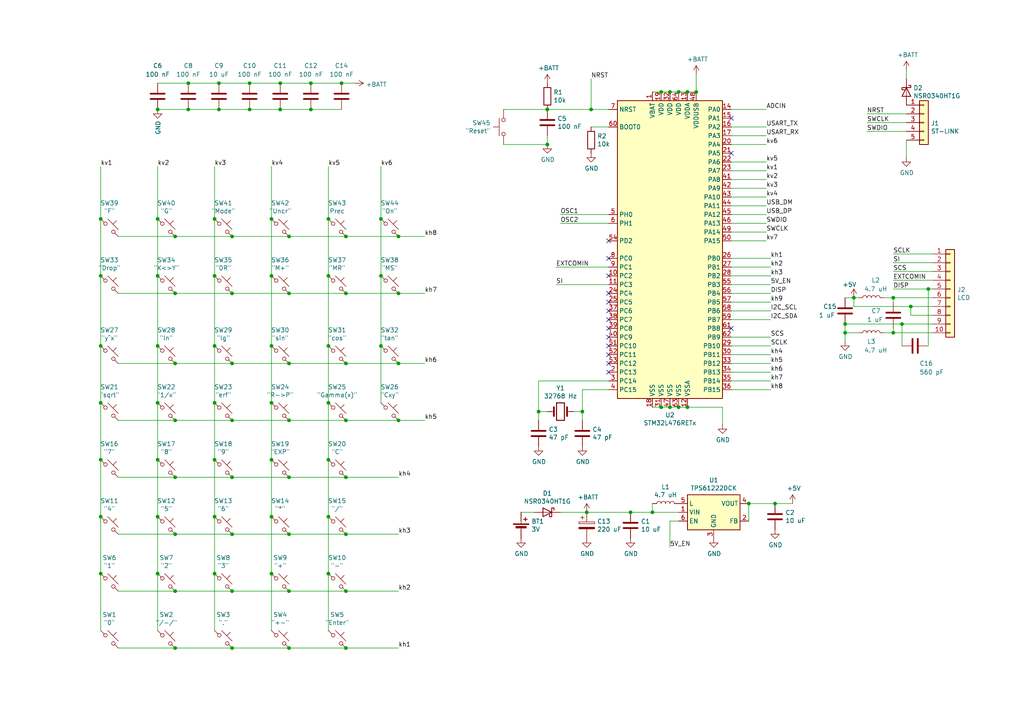
<source format=kicad_sch>
(kicad_sch (version 20230121) (generator eeschema)
  (paper "A4")
  (title_block (title "OpenRPNCalc") (date "2025-02-01") (rev "2.0"))
  (lib_symbols
    (symbol "Connector_Generic:Conn_01x05" (pin_names (offset 1.016) hide)
      (property "Reference" "J" (at 0 7.62 0))
      (property "Value" "Conn_01x05" (at 0 -7.62 0))
      (symbol "Conn_01x05_1_1"
        (pin passive line (at -5.08 5.08 0) (length 3.81) (name "Pin_1") (number "1"))
        (pin passive line (at -5.08 2.54 0) (length 3.81) (name "Pin_2") (number "2"))
        (pin passive line (at -5.08 0 0) (length 3.81) (name "Pin_3") (number "3"))
        (pin passive line (at -5.08 -2.54 0) (length 3.81) (name "Pin_4") (number "4"))
        (pin passive line (at -5.08 -5.08 0) (length 3.81) (name "Pin_5") (number "5"))
      )
    )
    (symbol "Connector_Generic:Conn_01x10" (pin_names (offset 1.016) hide)
      (property "Reference" "J" (at 0 12.7 0))
      (property "Value" "Conn_01x10" (at 0 -15.24 0))
      (symbol "Conn_01x10_1_1"
        (pin passive line (at -5.08 10.16 0) (length 3.81) (name "Pin_1") (number "1"))
        (pin passive line (at -5.08 -12.7 0) (length 3.81) (name "Pin_10") (number "10"))
        (pin passive line (at -5.08 7.62 0) (length 3.81) (name "Pin_2") (number "2"))
        (pin passive line (at -5.08 5.08 0) (length 3.81) (name "Pin_3") (number "3"))
        (pin passive line (at -5.08 2.54 0) (length 3.81) (name "Pin_4") (number "4"))
        (pin passive line (at -5.08 0 0) (length 3.81) (name "Pin_5") (number "5"))
        (pin passive line (at -5.08 -2.54 0) (length 3.81) (name "Pin_6") (number "6"))
        (pin passive line (at -5.08 -5.08 0) (length 3.81) (name "Pin_7") (number "7"))
        (pin passive line (at -5.08 -7.62 0) (length 3.81) (name "Pin_8") (number "8"))
        (pin passive line (at -5.08 -10.16 0) (length 3.81) (name "Pin_9") (number "9"))
      )
    )
    (symbol "Device:Battery_Cell" (pin_numbers hide) (pin_names (offset 0) hide)
      (property "Reference" "BT" (at 2.54 2.54 0))
      (property "Value" "Battery_Cell" (at 2.54 0 0))
      (symbol "Battery_Cell_1_1"
        (pin passive line (at 0 5.08 270) (length 2.54) (name "+") (number "1"))
        (pin passive line (at 0 -2.54 90) (length 2.54) (name "-") (number "2"))
      )
    )
    (symbol "Device:C" (pin_numbers hide) (pin_names (offset 0.254))
      (property "Reference" "C" (at 0.635 2.54 0))
      (property "Value" "C" (at 0.635 -2.54 0))
      (symbol "C_1_1"
        (pin passive line (at 0 3.81 270) (length 2.794) (name "~") (number "1"))
        (pin passive line (at 0 -3.81 90) (length 2.794) (name "~") (number "2"))
      )
    )
    (symbol "Device:Crystal" (pin_numbers hide) (pin_names (offset 1.016) hide)
      (property "Reference" "Y" (at 0 3.81 0))
      (property "Value" "Crystal" (at 0 -3.81 0))
      (symbol "Crystal_1_1"
        (pin passive line (at -3.81 0 0) (length 1.27) (name "1") (number "1"))
        (pin passive line (at 3.81 0 180) (length 1.27) (name "2") (number "2"))
      )
    )
    (symbol "Device:L" (pin_numbers hide) (pin_names (offset 1.016) hide)
      (property "Reference" "L" (at -1.27 0 90))
      (property "Value" "L" (at 1.905 0 90))
      (symbol "L_1_1"
        (pin passive line (at 0 3.81 270) (length 1.27) (name "1") (number "1"))
        (pin passive line (at 0 -3.81 90) (length 1.27) (name "2") (number "2"))
      )
    )
    (symbol "Device:R" (pin_numbers hide) (pin_names (offset 0))
      (property "Reference" "R" (at 2.032 0 90))
      (property "Value" "R" (at 0 0 90))
      (symbol "R_1_1"
        (pin passive line (at 0 3.81 270) (length 1.27) (name "~") (number "1"))
        (pin passive line (at 0 -3.81 90) (length 1.27) (name "~") (number "2"))
      )
    )
    (symbol "Diode:NSR0340HT1G" (pin_numbers hide) (pin_names (offset 1.016) hide)
      (property "Reference" "D" (at 0 2.54 0))
      (property "Value" "NSR0340HT1G" (at 0 -2.54 0))
      (symbol "NSR0340HT1G_1_1"
        (pin passive line (at -3.81 0 0) (length 2.54) (name "K") (number "1"))
        (pin passive line (at 3.81 0 180) (length 2.54) (name "A") (number "2"))
      )
    )
    (symbol "Regulator_Switching:TPS61222DCK"
      (property "Reference" "U" (at -7.62 6.35 0))
      (property "Value" "TPS61222DCK" (at 2.54 6.35 0))
      (symbol "TPS61222DCK_1_1"
        (pin power_in line (at -10.16 0 0) (length 2.54) (name "VIN") (number "1"))
        (pin input line (at 10.16 -2.54 180) (length 2.54) (name "FB") (number "2"))
        (pin power_in line (at 0 -7.62 90) (length 2.54) (name "GND") (number "3"))
        (pin power_out line (at 10.16 2.54 180) (length 2.54) (name "VOUT") (number "4"))
        (pin power_in line (at -10.16 2.54 0) (length 2.54) (name "L") (number "5"))
        (pin input line (at -10.16 -2.54 0) (length 2.54) (name "EN") (number "6"))
      )
    )
    (symbol "Switch:SW_Push" (pin_numbers hide) (pin_names (offset 1.016) hide)
      (property "Reference" "SW" (at 1.27 2.54 0))
      (property "Value" "SW_Push" (at 0 -1.524 0))
      (symbol "SW_Push_0_1"
        (pin passive line (at -5.08 0 0) (length 2.54) (name "1") (number "1"))
        (pin passive line (at 5.08 0 180) (length 2.54) (name "2") (number "2"))
      )
    )
    (symbol "Switch:SW_Push_45deg" (pin_numbers hide) (pin_names (offset 1.016) hide)
      (property "Reference" "SW" (at 3.048 1.016 0))
      (property "Value" "SW_Push_45deg" (at 0 -3.81 0))
      (symbol "SW_Push_45deg_0_1"
        (pin passive line (at -2.54 2.54 0) (length 0) (name "1") (number "1"))
        (pin passive line (at 2.54 -2.54 180) (length 0) (name "2") (number "2"))
      )
    )
    (symbol "calc_v2-rescue:CP-Device" (pin_numbers hide) (pin_names (offset 0.254))
      (property "Reference" "C" (at 0.635 2.54 0))
      (property "Value" "Device_CP" (at 0.635 -2.54 0))
      (symbol "CP-Device_1_1"
        (pin passive line (at 0 3.81 270) (length 2.794) (name "~") (number "1"))
        (pin passive line (at 0 -3.81 90) (length 2.794) (name "~") (number "2"))
      )
    )
    (symbol "calc_v2-rescue:STM32L476RETx-MCU_ST_STM32L4"
      (property "Reference" "U" (at -15.24 44.45 0))
      (property "Value" "MCU_ST_STM32L4_STM32L476RETx" (at 10.16 44.45 0))
      (symbol "STM32L476RETx-MCU_ST_STM32L4_1_1"
        (pin power_in line (at -5.08 45.72 270) (length 2.54) (name "VBAT") (number "1"))
        (pin bidirectional line (at -17.78 -7.62 0) (length 2.54) (name "PC2") (number "10"))
        (pin bidirectional line (at -17.78 -10.16 0) (length 2.54) (name "PC3") (number "11"))
        (pin power_in line (at 5.08 -45.72 90) (length 2.54) (name "VSSA") (number "12"))
        (pin power_in line (at 5.08 45.72 270) (length 2.54) (name "VDDA") (number "13"))
        (pin bidirectional line (at 17.78 40.64 180) (length 2.54) (name "PA0") (number "14"))
        (pin bidirectional line (at 17.78 38.1 180) (length 2.54) (name "PA1") (number "15"))
        (pin bidirectional line (at 17.78 35.56 180) (length 2.54) (name "PA2") (number "16"))
        (pin bidirectional line (at 17.78 33.02 180) (length 2.54) (name "PA3") (number "17"))
        (pin power_in line (at -5.08 -45.72 90) (length 2.54) (name "VSS") (number "18"))
        (pin power_in line (at -2.54 45.72 270) (length 2.54) (name "VDD") (number "19"))
        (pin bidirectional line (at -17.78 -35.56 0) (length 2.54) (name "PC13") (number "2"))
        (pin bidirectional line (at 17.78 30.48 180) (length 2.54) (name "PA4") (number "20"))
        (pin bidirectional line (at 17.78 27.94 180) (length 2.54) (name "PA5") (number "21"))
        (pin bidirectional line (at 17.78 25.4 180) (length 2.54) (name "PA6") (number "22"))
        (pin bidirectional line (at 17.78 22.86 180) (length 2.54) (name "PA7") (number "23"))
        (pin bidirectional line (at -17.78 -12.7 0) (length 2.54) (name "PC4") (number "24"))
        (pin bidirectional line (at -17.78 -15.24 0) (length 2.54) (name "PC5") (number "25"))
        (pin bidirectional line (at 17.78 -2.54 180) (length 2.54) (name "PB0") (number "26"))
        (pin bidirectional line (at 17.78 -5.08 180) (length 2.54) (name "PB1") (number "27"))
        (pin bidirectional line (at 17.78 -7.62 180) (length 2.54) (name "PB2") (number "28"))
        (pin bidirectional line (at 17.78 -27.94 180) (length 2.54) (name "PB10") (number "29"))
        (pin bidirectional line (at -17.78 -38.1 0) (length 2.54) (name "PC14") (number "3"))
        (pin bidirectional line (at 17.78 -30.48 180) (length 2.54) (name "PB11") (number "30"))
        (pin power_in line (at -2.54 -45.72 90) (length 2.54) (name "VSS") (number "31"))
        (pin power_in line (at 0 45.72 270) (length 2.54) (name "VDD") (number "32"))
        (pin bidirectional line (at 17.78 -33.02 180) (length 2.54) (name "PB12") (number "33"))
        (pin bidirectional line (at 17.78 -35.56 180) (length 2.54) (name "PB13") (number "34"))
        (pin bidirectional line (at 17.78 -38.1 180) (length 2.54) (name "PB14") (number "35"))
        (pin bidirectional line (at 17.78 -40.64 180) (length 2.54) (name "PB15") (number "36"))
        (pin bidirectional line (at -17.78 -17.78 0) (length 2.54) (name "PC6") (number "37"))
        (pin bidirectional line (at -17.78 -20.32 0) (length 2.54) (name "PC7") (number "38"))
        (pin bidirectional line (at -17.78 -22.86 0) (length 2.54) (name "PC8") (number "39"))
        (pin bidirectional line (at -17.78 -40.64 0) (length 2.54) (name "PC15") (number "4"))
        (pin bidirectional line (at -17.78 -25.4 0) (length 2.54) (name "PC9") (number "40"))
        (pin bidirectional line (at 17.78 20.32 180) (length 2.54) (name "PA8") (number "41"))
        (pin bidirectional line (at 17.78 17.78 180) (length 2.54) (name "PA9") (number "42"))
        (pin bidirectional line (at 17.78 15.24 180) (length 2.54) (name "PA10") (number "43"))
        (pin bidirectional line (at 17.78 12.7 180) (length 2.54) (name "PA11") (number "44"))
        (pin bidirectional line (at 17.78 10.16 180) (length 2.54) (name "PA12") (number "45"))
        (pin bidirectional line (at 17.78 7.62 180) (length 2.54) (name "PA13") (number "46"))
        (pin power_in line (at 0 -45.72 90) (length 2.54) (name "VSS") (number "47"))
        (pin power_in line (at 7.62 45.72 270) (length 2.54) (name "VDDUSB") (number "48"))
        (pin bidirectional line (at 17.78 5.08 180) (length 2.54) (name "PA14") (number "49"))
        (pin input line (at -17.78 10.16 0) (length 2.54) (name "PH0") (number "5"))
        (pin bidirectional line (at 17.78 2.54 180) (length 2.54) (name "PA15") (number "50"))
        (pin bidirectional line (at -17.78 -27.94 0) (length 2.54) (name "PC10") (number "51"))
        (pin bidirectional line (at -17.78 -30.48 0) (length 2.54) (name "PC11") (number "52"))
        (pin bidirectional line (at -17.78 -33.02 0) (length 2.54) (name "PC12") (number "53"))
        (pin bidirectional line (at -17.78 2.54 0) (length 2.54) (name "PD2") (number "54"))
        (pin bidirectional line (at 17.78 -10.16 180) (length 2.54) (name "PB3") (number "55"))
        (pin bidirectional line (at 17.78 -12.7 180) (length 2.54) (name "PB4") (number "56"))
        (pin bidirectional line (at 17.78 -15.24 180) (length 2.54) (name "PB5") (number "57"))
        (pin bidirectional line (at 17.78 -17.78 180) (length 2.54) (name "PB6") (number "58"))
        (pin bidirectional line (at 17.78 -20.32 180) (length 2.54) (name "PB7") (number "59"))
        (pin input line (at -17.78 7.62 0) (length 2.54) (name "PH1") (number "6"))
        (pin input line (at -17.78 35.56 0) (length 2.54) (name "BOOT0") (number "60"))
        (pin bidirectional line (at 17.78 -22.86 180) (length 2.54) (name "PB8") (number "61"))
        (pin bidirectional line (at 17.78 -25.4 180) (length 2.54) (name "PB9") (number "62"))
        (pin power_in line (at 2.54 -45.72 90) (length 2.54) (name "VSS") (number "63"))
        (pin power_in line (at 2.54 45.72 270) (length 2.54) (name "VDD") (number "64"))
        (pin input line (at -17.78 40.64 0) (length 2.54) (name "NRST") (number "7"))
        (pin bidirectional line (at -17.78 -2.54 0) (length 2.54) (name "PC0") (number "8"))
        (pin bidirectional line (at -17.78 -5.08 0) (length 2.54) (name "PC1") (number "9"))
      )
    )
    (symbol "power:+5V" (power) (pin_names (offset 0))
      (property "Value" "+5V" (at 0 3.556 0))
      (symbol "+5V_1_1"
        (pin power_in line (at 0 0 90) (length 0) hide (name "+5V") (number "1"))
      )
    )
    (symbol "power:+BATT" (power) (pin_names (offset 0))
      (property "Value" "+BATT" (at 0 3.556 0))
      (symbol "+BATT_1_1"
        (pin power_in line (at 0 0 90) (length 0) hide (name "+BATT") (number "1"))
      )
    )
    (symbol "power:GND" (power) (pin_names (offset 0))
      (property "Value" "GND" (at 0 -3.81 0))
      (symbol "GND_1_1"
        (pin power_in line (at 0 0 270) (length 0) hide (name "GND") (number "1"))
      )
    )
  )
  (junction (at 78.74 133.35))
  (junction (at 78.74 149.86))
  (junction (at 62.23 100.33))
  (junction (at 171.45 31.75))
  (junction (at 110.49 80.01))
  (junction (at 259.08 86.36))
  (junction (at 45.72 116.84))
  (junction (at 168.91 119.38))
  (junction (at 247.65 86.36))
  (junction (at 100.33 105.41))
  (junction (at 45.72 100.33))
  (junction (at 99.06 24.13))
  (junction (at 191.77 26.67))
  (junction (at 78.74 166.37))
  (junction (at 194.31 26.67))
  (junction (at 29.21 166.37))
  (junction (at 115.57 121.92))
  (junction (at 199.39 118.11))
  (junction (at 45.72 133.35))
  (junction (at 50.8 121.92))
  (junction (at 50.8 138.43))
  (junction (at 182.88 148.59))
  (junction (at 81.28 31.75))
  (junction (at 72.39 24.13))
  (junction (at 78.74 63.5))
  (junction (at 170.18 148.59))
  (junction (at 194.31 118.11))
  (junction (at 67.31 138.43))
  (junction (at 156.21 119.38))
  (junction (at 72.39 31.75))
  (junction (at 78.74 116.84))
  (junction (at 245.11 96.52))
  (junction (at 83.82 85.09))
  (junction (at 29.21 116.84))
  (junction (at 63.5 24.13))
  (junction (at 50.8 187.96))
  (junction (at 95.25 166.37))
  (junction (at 191.77 118.11))
  (junction (at 100.33 154.94))
  (junction (at 45.72 31.75))
  (junction (at 67.31 121.92))
  (junction (at 67.31 154.94))
  (junction (at 67.31 85.09))
  (junction (at 83.82 171.45))
  (junction (at 83.82 105.41))
  (junction (at 67.31 105.41))
  (junction (at 83.82 68.58))
  (junction (at 199.39 26.67))
  (junction (at 110.49 63.5))
  (junction (at 90.17 31.75))
  (junction (at 201.93 26.67))
  (junction (at 67.31 171.45))
  (junction (at 62.23 63.5))
  (junction (at 95.25 100.33))
  (junction (at 189.23 148.59))
  (junction (at 78.74 100.33))
  (junction (at 196.85 26.67))
  (junction (at 50.8 105.41))
  (junction (at 62.23 149.86))
  (junction (at 54.61 24.13))
  (junction (at 83.82 154.94))
  (junction (at 45.72 149.86))
  (junction (at 269.24 83.82))
  (junction (at 50.8 171.45))
  (junction (at 54.61 31.75))
  (junction (at 95.25 80.01))
  (junction (at 158.75 31.75))
  (junction (at 100.33 85.09))
  (junction (at 95.25 149.86))
  (junction (at 100.33 121.92))
  (junction (at 110.49 100.33))
  (junction (at 90.17 24.13))
  (junction (at 63.5 31.75))
  (junction (at 29.21 80.01))
  (junction (at 62.23 166.37))
  (junction (at 158.75 41.91))
  (junction (at 196.85 118.11))
  (junction (at 50.8 68.58))
  (junction (at 62.23 80.01))
  (junction (at 67.31 187.96))
  (junction (at 45.72 166.37))
  (junction (at 29.21 133.35))
  (junction (at 83.82 121.92))
  (junction (at 95.25 116.84))
  (junction (at 29.21 149.86))
  (junction (at 62.23 116.84))
  (junction (at 95.25 63.5))
  (junction (at 100.33 138.43))
  (junction (at 83.82 187.96))
  (junction (at 78.74 80.01))
  (junction (at 115.57 85.09))
  (junction (at 259.08 96.52))
  (junction (at 29.21 63.5))
  (junction (at 29.21 100.33))
  (junction (at 115.57 68.58))
  (junction (at 95.25 133.35))
  (junction (at 264.16 88.9))
  (junction (at 100.33 187.96))
  (junction (at 100.33 171.45))
  (junction (at 245.11 93.98))
  (junction (at 50.8 85.09))
  (junction (at 115.57 105.41))
  (junction (at 217.17 146.05))
  (junction (at 100.33 68.58))
  (junction (at 50.8 154.94))
  (junction (at 62.23 133.35))
  (junction (at 83.82 138.43))
  (junction (at 261.62 93.98))
  (junction (at 67.31 68.58))
  (junction (at 81.28 24.13))
  (junction (at 224.79 146.05))
  (junction (at 45.72 80.01))
  (junction (at 45.72 63.5))
  (no_connect (at 212.09 95.25))
  (no_connect (at 176.53 87.63))
  (no_connect (at 176.53 92.71))
  (no_connect (at 176.53 95.25))
  (no_connect (at 176.53 80.01))
  (no_connect (at 176.53 105.41))
  (no_connect (at 176.53 102.87))
  (no_connect (at 176.53 107.95))
  (no_connect (at 176.53 74.93))
  (no_connect (at 176.53 100.33))
  (no_connect (at 176.53 97.79))
  (no_connect (at 176.53 85.09))
  (no_connect (at 176.53 90.17))
  (no_connect (at 176.53 69.85))
  (no_connect (at 212.09 34.29))
  (no_connect (at 212.09 44.45))
  (wire (pts (xy 67.31 138.43) (xy 83.82 138.43)))
  (wire (pts (xy 264.16 91.44) (xy 264.16 88.9)))
  (wire (pts (xy 168.91 119.38) (xy 168.91 113.03)))
  (wire (pts (xy 115.57 68.58) (xy 123.19 68.58)))
  (wire (pts (xy 45.72 116.84) (xy 45.72 100.33)))
  (wire (pts (xy 83.82 171.45) (xy 100.33 171.45)))
  (wire (pts (xy 245.11 93.98) (xy 245.11 96.52)))
  (wire (pts (xy 212.09 59.69) (xy 222.25 59.69)))
  (wire (pts (xy 270.51 81.28) (xy 259.08 81.28)))
  (wire (pts (xy 83.82 68.58) (xy 100.33 68.58)))
  (wire (pts (xy 212.09 52.07) (xy 222.25 52.07)))
  (wire (pts (xy 83.82 138.43) (xy 100.33 138.43)))
  (wire (pts (xy 256.54 96.52) (xy 259.08 96.52)))
  (wire (pts (xy 72.39 24.13) (xy 81.28 24.13)))
  (wire (pts (xy 212.09 69.85) (xy 222.25 69.85)))
  (wire (pts (xy 95.25 166.37) (xy 95.25 182.88)))
  (wire (pts (xy 212.09 39.37) (xy 222.25 39.37)))
  (wire (pts (xy 100.33 68.58) (xy 115.57 68.58)))
  (wire (pts (xy 115.57 85.09) (xy 123.19 85.09)))
  (wire (pts (xy 95.25 63.5) (xy 95.25 80.01)))
  (wire (pts (xy 259.08 86.36) (xy 270.51 86.36)))
  (wire (pts (xy 29.21 166.37) (xy 29.21 182.88)))
  (wire (pts (xy 201.93 21.59) (xy 201.93 26.67)))
  (wire (pts (xy 110.49 48.26) (xy 110.49 63.5)))
  (wire (pts (xy 50.8 138.43) (xy 67.31 138.43)))
  (wire (pts (xy 212.09 62.23) (xy 222.25 62.23)))
  (wire (pts (xy 29.21 116.84) (xy 29.21 133.35)))
  (wire (pts (xy 259.08 96.52) (xy 270.51 96.52)))
  (wire (pts (xy 247.65 88.9) (xy 247.65 86.36)))
  (wire (pts (xy 212.09 36.83) (xy 222.25 36.83)))
  (wire (pts (xy 110.49 80.01) (xy 110.49 100.33)))
  (wire (pts (xy 78.74 80.01) (xy 78.74 100.33)))
  (wire (pts (xy 78.74 63.5) (xy 78.74 48.26)))
  (wire (pts (xy 62.23 63.5) (xy 62.23 48.26)))
  (wire (pts (xy 168.91 121.92) (xy 168.91 119.38)))
  (wire (pts (xy 269.24 83.82) (xy 259.08 83.82)))
  (wire (pts (xy 199.39 118.11) (xy 209.55 118.11)))
  (wire (pts (xy 62.23 100.33) (xy 62.23 116.84)))
  (wire (pts (xy 115.57 105.41) (xy 123.19 105.41)))
  (wire (pts (xy 45.72 100.33) (xy 45.72 80.01)))
  (wire (pts (xy 270.51 78.74) (xy 259.08 78.74)))
  (wire (pts (xy 45.72 166.37) (xy 45.72 149.86)))
  (wire (pts (xy 166.37 119.38) (xy 168.91 119.38)))
  (wire (pts (xy 158.75 39.37) (xy 158.75 41.91)))
  (wire (pts (xy 176.53 82.55) (xy 161.29 82.55)))
  (wire (pts (xy 45.72 80.01) (xy 45.72 63.5)))
  (wire (pts (xy 212.09 82.55) (xy 223.52 82.55)))
  (wire (pts (xy 67.31 154.94) (xy 83.82 154.94)))
  (wire (pts (xy 223.52 90.17) (xy 212.09 90.17)))
  (wire (pts (xy 78.74 166.37) (xy 78.74 182.88)))
  (wire (pts (xy 34.29 121.92) (xy 50.8 121.92)))
  (wire (pts (xy 262.89 38.1) (xy 251.46 38.1)))
  (wire (pts (xy 168.91 113.03) (xy 176.53 113.03)))
  (wire (pts (xy 212.09 77.47) (xy 223.52 77.47)))
  (wire (pts (xy 67.31 171.45) (xy 83.82 171.45)))
  (wire (pts (xy 115.57 121.92) (xy 123.19 121.92)))
  (wire (pts (xy 171.45 31.75) (xy 176.53 31.75)))
  (wire (pts (xy 100.33 85.09) (xy 115.57 85.09)))
  (wire (pts (xy 78.74 133.35) (xy 78.74 149.86)))
  (wire (pts (xy 83.82 187.96) (xy 100.33 187.96)))
  (wire (pts (xy 29.21 63.5) (xy 29.21 48.26)))
  (wire (pts (xy 212.09 41.91) (xy 222.25 41.91)))
  (wire (pts (xy 100.33 171.45) (xy 115.57 171.45)))
  (wire (pts (xy 262.89 40.64) (xy 262.89 45.72)))
  (wire (pts (xy 189.23 146.05) (xy 189.23 148.59)))
  (wire (pts (xy 199.39 26.67) (xy 201.93 26.67)))
  (wire (pts (xy 146.05 31.75) (xy 158.75 31.75)))
  (wire (pts (xy 269.24 100.33) (xy 269.24 83.82)))
  (wire (pts (xy 29.21 80.01) (xy 29.21 100.33)))
  (wire (pts (xy 50.8 85.09) (xy 67.31 85.09)))
  (wire (pts (xy 29.21 100.33) (xy 29.21 116.84)))
  (wire (pts (xy 45.72 149.86) (xy 45.72 133.35)))
  (wire (pts (xy 217.17 146.05) (xy 224.79 146.05)))
  (wire (pts (xy 100.33 121.92) (xy 115.57 121.92)))
  (wire (pts (xy 212.09 113.03) (xy 223.52 113.03)))
  (wire (pts (xy 83.82 154.94) (xy 100.33 154.94)))
  (wire (pts (xy 158.75 119.38) (xy 156.21 119.38)))
  (wire (pts (xy 262.89 35.56) (xy 251.46 35.56)))
  (wire (pts (xy 95.25 80.01) (xy 95.25 100.33)))
  (wire (pts (xy 100.33 154.94) (xy 115.57 154.94)))
  (wire (pts (xy 270.51 76.2) (xy 259.08 76.2)))
  (wire (pts (xy 212.09 46.99) (xy 222.25 46.99)))
  (wire (pts (xy 248.92 86.36) (xy 247.65 86.36)))
  (wire (pts (xy 63.5 31.75) (xy 72.39 31.75)))
  (wire (pts (xy 62.23 133.35) (xy 62.23 149.86)))
  (wire (pts (xy 189.23 118.11) (xy 191.77 118.11)))
  (wire (pts (xy 100.33 187.96) (xy 115.57 187.96)))
  (wire (pts (xy 217.17 146.05) (xy 217.17 151.13)))
  (wire (pts (xy 29.21 133.35) (xy 29.21 149.86)))
  (wire (pts (xy 212.09 110.49) (xy 223.52 110.49)))
  (wire (pts (xy 83.82 85.09) (xy 100.33 85.09)))
  (wire (pts (xy 158.75 31.75) (xy 171.45 31.75)))
  (wire (pts (xy 151.13 148.59) (xy 154.94 148.59)))
  (wire (pts (xy 212.09 80.01) (xy 223.52 80.01)))
  (wire (pts (xy 189.23 148.59) (xy 182.88 148.59)))
  (wire (pts (xy 78.74 63.5) (xy 78.74 80.01)))
  (wire (pts (xy 100.33 138.43) (xy 115.57 138.43)))
  (wire (pts (xy 261.62 93.98) (xy 270.51 93.98)))
  (wire (pts (xy 212.09 102.87) (xy 223.52 102.87)))
  (wire (pts (xy 212.09 67.31) (xy 222.25 67.31)))
  (wire (pts (xy 247.65 88.9) (xy 264.16 88.9)))
  (wire (pts (xy 191.77 26.67) (xy 194.31 26.67)))
  (wire (pts (xy 50.8 121.92) (xy 67.31 121.92)))
  (wire (pts (xy 189.23 26.67) (xy 191.77 26.67)))
  (wire (pts (xy 224.79 146.05) (xy 229.87 146.05)))
  (wire (pts (xy 83.82 121.92) (xy 100.33 121.92)))
  (wire (pts (xy 259.08 87.63) (xy 259.08 86.36)))
  (wire (pts (xy 45.72 31.75) (xy 54.61 31.75)))
  (wire (pts (xy 67.31 121.92) (xy 83.82 121.92)))
  (wire (pts (xy 67.31 187.96) (xy 83.82 187.96)))
  (wire (pts (xy 100.33 105.41) (xy 83.82 105.41)))
  (wire (pts (xy 245.11 86.36) (xy 247.65 86.36)))
  (wire (pts (xy 176.53 77.47) (xy 161.29 77.47)))
  (wire (pts (xy 54.61 24.13) (xy 63.5 24.13)))
  (wire (pts (xy 95.25 133.35) (xy 95.25 149.86)))
  (wire (pts (xy 62.23 166.37) (xy 62.23 182.88)))
  (wire (pts (xy 194.31 26.67) (xy 196.85 26.67)))
  (wire (pts (xy 171.45 36.83) (xy 176.53 36.83)))
  (wire (pts (xy 50.8 68.58) (xy 67.31 68.58)))
  (wire (pts (xy 110.49 63.5) (xy 110.49 80.01)))
  (wire (pts (xy 95.25 100.33) (xy 95.25 116.84)))
  (wire (pts (xy 45.72 182.88) (xy 45.72 166.37)))
  (wire (pts (xy 62.23 63.5) (xy 62.23 80.01)))
  (wire (pts (xy 95.25 63.5) (xy 95.25 48.26)))
  (wire (pts (xy 176.53 64.77) (xy 162.56 64.77)))
  (wire (pts (xy 62.23 149.86) (xy 62.23 166.37)))
  (wire (pts (xy 29.21 149.86) (xy 29.21 166.37)))
  (wire (pts (xy 171.45 31.75) (xy 171.45 22.86)))
  (wire (pts (xy 67.31 68.58) (xy 83.82 68.58)))
  (wire (pts (xy 176.53 62.23) (xy 162.56 62.23)))
  (wire (pts (xy 63.5 24.13) (xy 72.39 24.13)))
  (wire (pts (xy 158.75 41.91) (xy 146.05 41.91)))
  (wire (pts (xy 212.09 97.79) (xy 223.52 97.79)))
  (wire (pts (xy 90.17 31.75) (xy 81.28 31.75)))
  (wire (pts (xy 264.16 88.9) (xy 270.51 88.9)))
  (wire (pts (xy 45.72 133.35) (xy 45.72 116.84)))
  (wire (pts (xy 34.29 68.58) (xy 50.8 68.58)))
  (wire (pts (xy 95.25 116.84) (xy 95.25 133.35)))
  (wire (pts (xy 45.72 63.5) (xy 45.72 48.26)))
  (wire (pts (xy 212.09 107.95) (xy 223.52 107.95)))
  (wire (pts (xy 196.85 148.59) (xy 189.23 148.59)))
  (wire (pts (xy 62.23 80.01) (xy 62.23 100.33)))
  (wire (pts (xy 50.8 105.41) (xy 67.31 105.41)))
  (wire (pts (xy 67.31 105.41) (xy 83.82 105.41)))
  (wire (pts (xy 176.53 110.49) (xy 156.21 110.49)))
  (wire (pts (xy 162.56 148.59) (xy 170.18 148.59)))
  (wire (pts (xy 156.21 119.38) (xy 156.21 121.92)))
  (wire (pts (xy 212.09 85.09) (xy 223.52 85.09)))
  (wire (pts (xy 245.11 96.52) (xy 245.11 99.06)))
  (wire (pts (xy 99.06 24.13) (xy 102.87 24.13)))
  (wire (pts (xy 270.51 91.44) (xy 264.16 91.44)))
  (wire (pts (xy 212.09 105.41) (xy 223.52 105.41)))
  (wire (pts (xy 262.89 20.32) (xy 262.89 22.86)))
  (wire (pts (xy 212.09 100.33) (xy 223.52 100.33)))
  (wire (pts (xy 259.08 95.25) (xy 259.08 96.52)))
  (wire (pts (xy 182.88 148.59) (xy 170.18 148.59)))
  (wire (pts (xy 212.09 74.93) (xy 223.52 74.93)))
  (wire (pts (xy 50.8 171.45) (xy 67.31 171.45)))
  (wire (pts (xy 156.21 110.49) (xy 156.21 119.38)))
  (wire (pts (xy 261.62 100.33) (xy 261.62 93.98)))
  (wire (pts (xy 78.74 149.86) (xy 78.74 166.37)))
  (wire (pts (xy 50.8 154.94) (xy 67.31 154.94)))
  (wire (pts (xy 270.51 83.82) (xy 269.24 83.82)))
  (wire (pts (xy 34.29 154.94) (xy 50.8 154.94)))
  (wire (pts (xy 90.17 24.13) (xy 99.06 24.13)))
  (wire (pts (xy 78.74 100.33) (xy 78.74 116.84)))
  (wire (pts (xy 191.77 118.11) (xy 194.31 118.11)))
  (wire (pts (xy 256.54 86.36) (xy 259.08 86.36)))
  (wire (pts (xy 245.11 93.98) (xy 261.62 93.98)))
  (wire (pts (xy 62.23 116.84) (xy 62.23 133.35)))
  (wire (pts (xy 72.39 31.75) (xy 81.28 31.75)))
  (wire (pts (xy 196.85 26.67) (xy 199.39 26.67)))
  (wire (pts (xy 34.29 105.41) (xy 50.8 105.41)))
  (wire (pts (xy 54.61 31.75) (xy 63.5 31.75)))
  (wire (pts (xy 212.09 57.15) (xy 222.25 57.15)))
  (wire (pts (xy 212.09 64.77) (xy 222.25 64.77)))
  (wire (pts (xy 212.09 87.63) (xy 223.52 87.63)))
  (wire (pts (xy 209.55 118.11) (xy 209.55 123.19)))
  (wire (pts (xy 34.29 187.96) (xy 50.8 187.96)))
  (wire (pts (xy 34.29 138.43) (xy 50.8 138.43)))
  (wire (pts (xy 29.21 80.01) (xy 29.21 63.5)))
  (wire (pts (xy 50.8 187.96) (xy 67.31 187.96)))
  (wire (pts (xy 90.17 31.75) (xy 99.06 31.75)))
  (wire (pts (xy 194.31 151.13) (xy 194.31 158.75)))
  (wire (pts (xy 212.09 49.53) (xy 222.25 49.53)))
  (wire (pts (xy 194.31 118.11) (xy 196.85 118.11)))
  (wire (pts (xy 67.31 85.09) (xy 83.82 85.09)))
  (wire (pts (xy 78.74 116.84) (xy 78.74 133.35)))
  (wire (pts (xy 100.33 105.41) (xy 115.57 105.41)))
  (wire (pts (xy 270.51 73.66) (xy 259.08 73.66)))
  (wire (pts (xy 110.49 100.33) (xy 110.49 116.84)))
  (wire (pts (xy 248.92 96.52) (xy 245.11 96.52)))
  (wire (pts (xy 212.09 31.75) (xy 222.25 31.75)))
  (wire (pts (xy 34.29 85.09) (xy 50.8 85.09)))
  (wire (pts (xy 196.85 151.13) (xy 194.31 151.13)))
  (wire (pts (xy 196.85 118.11) (xy 199.39 118.11)))
  (wire (pts (xy 34.29 171.45) (xy 50.8 171.45)))
  (wire (pts (xy 212.09 92.71) (xy 223.52 92.71)))
  (wire (pts (xy 95.25 149.86) (xy 95.25 166.37)))
  (wire (pts (xy 212.09 54.61) (xy 222.25 54.61)))
  (wire (pts (xy 81.28 24.13) (xy 90.17 24.13)))
  (wire (pts (xy 251.46 33.02) (xy 262.89 33.02)))
  (wire (pts (xy 45.72 24.13) (xy 54.61 24.13)))
  (label "kv2" (at 222.25 52.07 0))
  (label "kh6" (at 123.19 105.41 0))
  (label "NRST" (at 171.45 22.86 0))
  (label "kh4" (at 223.52 102.87 0))
  (label "SWCLK" (at 251.46 35.56 0))
  (label "SCLK" (at 223.52 100.33 0))
  (label "SWDIO" (at 222.25 64.77 0))
  (label "kv1" (at 29.21 48.26 0))
  (label "SWDIO" (at 251.46 38.1 0))
  (label "I2C_SCL" (at 223.52 90.17 0))
  (label "kv7" (at 222.25 69.85 0))
  (label "5V_EN" (at 223.52 82.55 0))
  (label "DISP" (at 259.08 83.82 0))
  (label "kh8" (at 123.19 68.58 0))
  (label "DISP" (at 223.52 85.09 0))
  (label "5V_EN" (at 194.31 158.75 0))
  (label "kh2" (at 115.57 171.45 0))
  (label "kh6" (at 223.52 107.95 0))
  (label "EXTCOMIN" (at 259.08 81.28 0))
  (label "kh8" (at 223.52 113.03 0))
  (label "ADCIN" (at 222.25 31.75 0))
  (label "USB_DP" (at 222.25 62.23 0))
  (label "SI" (at 259.08 76.2 0))
  (label "I2C_SDA" (at 223.52 92.71 0))
  (label "USART_RX" (at 222.25 39.37 0))
  (label "kh2" (at 223.52 77.47 0))
  (label "USB_DM" (at 222.25 59.69 0))
  (label "kv4" (at 78.74 48.26 0))
  (label "SWCLK" (at 222.25 67.31 0))
  (label "SCS" (at 223.52 97.79 0))
  (label "kv5" (at 95.25 48.26 0))
  (label "EXTCOMIN" (at 161.29 77.47 0))
  (label "kh5" (at 123.19 121.92 0))
  (label "kv3" (at 222.25 54.61 0))
  (label "USART_TX" (at 222.25 36.83 0))
  (label "NRST" (at 251.46 33.02 0))
  (label "kh3" (at 115.57 154.94 0))
  (label "kv2" (at 45.72 48.26 0))
  (label "SCLK" (at 259.08 73.66 0))
  (label "kv6" (at 110.49 48.26 0))
  (label "OSC1" (at 162.56 62.23 0))
  (label "SCS" (at 259.08 78.74 0))
  (label "kv3" (at 62.23 48.26 0))
  (label "kh4" (at 115.57 138.43 0))
  (label "kh1" (at 115.57 187.96 0))
  (label "OSC2" (at 162.56 64.77 0))
  (label "kh1" (at 223.52 74.93 0))
  (label "SI" (at 161.29 82.55 0))
  (label "kh3" (at 223.52 80.01 0))
  (label "kh7" (at 123.19 85.09 0))
  (label "kh9" (at 223.52 87.63 0))
  (label "kh7" (at 223.52 110.49 0))
  (label "kv5" (at 222.25 46.99 0))
  (label "kv6" (at 222.25 41.91 0))
  (label "kv4" (at 222.25 57.15 0))
  (label "kv1" (at 222.25 49.53 0))
  (label "kh5" (at 223.52 105.41 0))
  (symbol (lib_id "Switch:SW_Push_45deg") (at 31.75 66.04 0) (unit 1)
    (property "Reference" "SW39" (at 31.75 58.9026 0))
    (property "Value" "\"F\"" (at 31.75 61.214 0))
    (property "Footprint" "OpenRPNCalc:SW_SPST_EVQQ2" (effects hide))
  )
  (symbol (lib_id "Switch:SW_Push_45deg") (at 48.26 66.04 0) (unit 1)
    (property "Reference" "SW40" (at 48.26 58.9026 0))
    (property "Value" "\"G\"" (at 48.26 61.214 0))
    (property "Footprint" "OpenRPNCalc:SW_SPST_EVQQ2" (effects hide))
  )
  (symbol (lib_id "Switch:SW_Push_45deg") (at 64.77 66.04 0) (unit 1)
    (property "Reference" "SW41" (at 64.77 58.9026 0))
    (property "Value" "\"Mode\"" (at 64.77 61.214 0))
    (property "Footprint" "OpenRPNCalc:SW_SPST_EVQQ2" (effects hide))
  )
  (symbol (lib_id "Switch:SW_Push_45deg") (at 81.28 66.04 0) (unit 1)
    (property "Reference" "SW42" (at 81.28 58.9026 0))
    (property "Value" "\"Uncr\"" (at 81.28 61.214 0))
    (property "Footprint" "OpenRPNCalc:SW_SPST_EVQQ2" (effects hide))
  )
  (symbol (lib_id "Switch:SW_Push_45deg") (at 97.79 66.04 0) (unit 1)
    (property "Reference" "SW43" (at 97.79 58.9026 0))
    (property "Value" "Prec" (at 97.79 61.214 0))
    (property "Footprint" "OpenRPNCalc:SW_SPST_EVQQ2" (effects hide))
  )
  (symbol (lib_id "Switch:SW_Push_45deg") (at 31.75 82.55 0) (unit 1)
    (property "Reference" "SW33" (at 31.75 75.4126 0))
    (property "Value" "\"Drop\"" (at 31.75 77.724 0))
    (property "Footprint" "OpenRPNCalc:SW_SPST_EVQQ2" (effects hide))
  )
  (symbol (lib_id "Switch:SW_Push_45deg") (at 48.26 82.55 0) (unit 1)
    (property "Reference" "SW34" (at 48.26 75.4126 0))
    (property "Value" "\"X<>Y\"" (at 48.26 77.724 0))
    (property "Footprint" "OpenRPNCalc:SW_SPST_EVQQ2" (effects hide))
  )
  (symbol (lib_id "Switch:SW_Push_45deg") (at 64.77 82.55 0) (unit 1)
    (property "Reference" "SW35" (at 64.77 75.4126 0))
    (property "Value" "\"DR\"" (at 64.77 77.724 0))
    (property "Footprint" "OpenRPNCalc:SW_SPST_EVQQ2" (effects hide))
  )
  (symbol (lib_id "Switch:SW_Push_45deg") (at 81.28 82.55 0) (unit 1)
    (property "Reference" "SW36" (at 81.28 75.4126 0))
    (property "Value" "\"M+\"" (at 81.28 77.724 0))
    (property "Footprint" "OpenRPNCalc:SW_SPST_EVQQ2" (effects hide))
  )
  (symbol (lib_id "Switch:SW_Push_45deg") (at 97.79 82.55 0) (unit 1)
    (property "Reference" "SW37" (at 97.79 75.4126 0))
    (property "Value" "\"MR\"" (at 97.79 77.724 0))
    (property "Footprint" "OpenRPNCalc:SW_SPST_EVQQ2" (effects hide))
  )
  (symbol (lib_id "Switch:SW_Push_45deg") (at 31.75 102.87 0) (unit 1)
    (property "Reference" "SW27" (at 31.75 95.7326 0))
    (property "Value" "\"y^x\"" (at 31.75 98.044 0))
    (property "Footprint" "OpenRPNCalc:SW_SPST_EVQQ2" (effects hide))
  )
  (symbol (lib_id "Switch:SW_Push_45deg") (at 48.26 102.87 0) (unit 1)
    (property "Reference" "SW28" (at 48.26 95.7326 0))
    (property "Value" "\"ln\"" (at 48.26 98.044 0))
    (property "Footprint" "OpenRPNCalc:SW_SPST_EVQQ2" (effects hide))
  )
  (symbol (lib_id "Switch:SW_Push_45deg") (at 64.77 102.87 0) (unit 1)
    (property "Reference" "SW29" (at 64.77 95.7326 0))
    (property "Value" "\"lg\"" (at 64.77 98.044 0))
    (property "Footprint" "OpenRPNCalc:SW_SPST_EVQQ2" (effects hide))
  )
  (symbol (lib_id "Switch:SW_Push_45deg") (at 81.28 102.87 0) (unit 1)
    (property "Reference" "SW30" (at 81.28 95.7326 0))
    (property "Value" "\"sin\"" (at 81.28 98.044 0))
    (property "Footprint" "OpenRPNCalc:SW_SPST_EVQQ2" (effects hide))
  )
  (symbol (lib_id "Switch:SW_Push_45deg") (at 97.79 102.87 0) (unit 1)
    (property "Reference" "SW31" (at 97.79 95.7326 0))
    (property "Value" "\"cos\"" (at 97.79 98.044 0))
    (property "Footprint" "OpenRPNCalc:SW_SPST_EVQQ2" (effects hide))
  )
  (symbol (lib_id "Switch:SW_Push_45deg") (at 31.75 119.38 0) (unit 1)
    (property "Reference" "SW21" (at 31.75 112.2426 0))
    (property "Value" "\"sqrt\"" (at 31.75 114.554 0))
    (property "Footprint" "OpenRPNCalc:SW_SPST_EVQQ2" (effects hide))
  )
  (symbol (lib_id "Switch:SW_Push_45deg") (at 48.26 119.38 0) (unit 1)
    (property "Reference" "SW22" (at 48.26 112.2426 0))
    (property "Value" "\"1/x\"" (at 48.26 114.554 0))
    (property "Footprint" "OpenRPNCalc:SW_SPST_EVQQ2" (effects hide))
  )
  (symbol (lib_id "Switch:SW_Push_45deg") (at 64.77 119.38 0) (unit 1)
    (property "Reference" "SW23" (at 64.77 112.2426 0))
    (property "Value" "\"erf\"" (at 64.77 114.554 0))
    (property "Footprint" "OpenRPNCalc:SW_SPST_EVQQ2" (effects hide))
  )
  (symbol (lib_id "Switch:SW_Push_45deg") (at 81.28 119.38 0) (unit 1)
    (property "Reference" "SW24" (at 81.28 112.2426 0))
    (property "Value" "\"R->P\"" (at 81.28 114.554 0))
    (property "Footprint" "OpenRPNCalc:SW_SPST_EVQQ2" (effects hide))
  )
  (symbol (lib_id "Switch:SW_Push_45deg") (at 97.79 119.38 0) (unit 1)
    (property "Reference" "SW25" (at 97.79 112.2426 0))
    (property "Value" "\"Gamma(x)\"" (at 97.79 114.554 0))
    (property "Footprint" "OpenRPNCalc:SW_SPST_EVQQ2" (effects hide))
  )
  (symbol (lib_id "Regulator_Switching:TPS61222DCK") (at 207.01 148.59 0) (unit 1)
    (property "Reference" "U1" (at 207.01 139.2682 0))
    (property "Value" "TPS61222DCK" (at 207.01 141.5796 0))
    (property "Footprint" "Package_TO_SOT_SMD:Texas_R-PDSO-G6" (effects hide))
    (property "Datasheet" "http://www.ti.com/lit/ds/symlink/tps61220.pdf" (effects hide))
  )
  (symbol (lib_id "calc_v2-rescue:STM32L476RETx-MCU_ST_STM32L4") (at 194.31 72.39 0) (unit 1)
    (property "Reference" "U2" (at 194.31 120.3706 0))
    (property "Value" "STM32L476RETx" (at 194.31 122.682 0))
    (property "Footprint" "Package_QFP:LQFP-64_10x10mm_P0.5mm" (effects hide))
    (property "Datasheet" "http://www.st.com/st-web-ui/static/active/en/resource/technical/document/datasheet/DM00108832.pdf" (effects hide))
  )
  (symbol (lib_id "Connector_Generic:Conn_01x10") (at 275.59 83.82 0) (unit 1)
    (property "Reference" "J2" (at 277.622 84.0232 0) (effects (justify left)))
    (property "Value" "LCD" (at 277.622 86.3346 0) (effects (justify left)))
    (property "Footprint" "OpenRPNCalc:Molex_1x10_P0.50mm_Horizontal" (effects hide))
  )
  (symbol (lib_id "Device:Battery_Cell") (at 151.13 153.67 0) (unit 1)
    (property "Reference" "BT1" (at 154.1272 151.2316 0) (effects (justify left)))
    (property "Value" "3V" (at 154.1272 153.543 0) (effects (justify left)))
    (property "Footprint" "OpenRPNCalc:BatteryHolder_Keystone_1057_1x2032" (effects hide))
  )
  (symbol (lib_id "power:GND") (at 151.13 156.21 0) (unit 1)
    (property "Reference" "#PWR03" (effects hide))
    (property "Value" "GND" (at 151.257 160.6042 0))
  )
  (symbol (lib_id "power:+BATT") (at 170.18 148.59 0) (unit 1)
    (property "Reference" "#PWR02" (effects hide))
    (property "Value" "+BATT" (at 170.561 144.1958 0))
  )
  (symbol (lib_id "power:GND") (at 207.01 156.21 0) (unit 1)
    (property "Reference" "#PWR09" (effects hide))
    (property "Value" "GND" (at 207.137 160.6042 0))
  )
  (symbol (lib_id "Device:L") (at 193.04 146.05 90) (unit 1)
    (property "Reference" "L1" (at 193.04 141.224 90))
    (property "Value" "4.7 uH" (at 193.04 143.5354 90))
    (property "Footprint" "Inductor_SMD:L_0805_2012Metric_Pad1.15x1.40mm_HandSolder" (effects hide))
  )
  (symbol (lib_id "Device:C") (at 182.88 152.4 0) (unit 1)
    (property "Reference" "C1" (at 185.8772 151.2316 0) (effects (justify left)))
    (property "Value" "10 uF" (at 185.8772 153.543 0) (effects (justify left)))
    (property "Footprint" "Capacitor_SMD:C_0603_1608Metric_Pad1.08x0.95mm_HandSolder" (effects hide))
  )
  (symbol (lib_id "power:GND") (at 182.88 156.21 0) (unit 1)
    (property "Reference" "#PWR08" (effects hide))
    (property "Value" "GND" (at 183.007 160.6042 0))
  )
  (symbol (lib_id "Device:C") (at 224.79 149.86 0) (unit 1)
    (property "Reference" "C2" (at 227.7872 148.6916 0) (effects (justify left)))
    (property "Value" "10 uF" (at 227.7872 151.003 0) (effects (justify left)))
    (property "Footprint" "Capacitor_SMD:C_0603_1608Metric_Pad1.08x0.95mm_HandSolder" (effects hide))
  )
  (symbol (lib_id "power:GND") (at 224.79 153.67 0) (unit 1)
    (property "Reference" "#PWR011" (effects hide))
    (property "Value" "GND" (at 224.917 158.0642 0))
  )
  (symbol (lib_id "Device:Crystal") (at 162.56 119.38 0) (unit 1)
    (property "Reference" "Y1" (at 162.56 112.5728 0))
    (property "Value" "32768 Hz" (at 162.56 114.8842 0))
    (property "Footprint" "Crystal:Crystal_SMD_2012-2Pin_2.0x1.2mm_HandSoldering" (effects hide))
  )
  (symbol (lib_id "Device:C") (at 168.91 125.73 0) (unit 1)
    (property "Reference" "C4" (at 171.831 124.5616 0) (effects (justify left)))
    (property "Value" "47 pF" (at 171.831 126.873 0) (effects (justify left)))
    (property "Footprint" "Capacitor_SMD:C_0603_1608Metric_Pad1.08x0.95mm_HandSolder" (effects hide))
  )
  (symbol (lib_id "Device:C") (at 156.21 125.73 0) (unit 1)
    (property "Reference" "C3" (at 159.131 124.5616 0) (effects (justify left)))
    (property "Value" "47 pF" (at 159.131 126.873 0) (effects (justify left)))
    (property "Footprint" "Capacitor_SMD:C_0603_1608Metric_Pad1.08x0.95mm_HandSolder" (effects hide))
  )
  (symbol (lib_id "power:GND") (at 168.91 129.54 0) (unit 1)
    (property "Reference" "#PWR06" (effects hide))
    (property "Value" "GND" (at 169.037 133.9342 0))
  )
  (symbol (lib_id "power:GND") (at 156.21 129.54 0) (unit 1)
    (property "Reference" "#PWR01" (effects hide))
    (property "Value" "GND" (at 156.337 133.9342 0))
  )
  (symbol (lib_id "power:GND") (at 209.55 123.19 0) (unit 1)
    (property "Reference" "#PWR010" (effects hide))
    (property "Value" "GND" (at 209.677 127.5842 0))
  )
  (symbol (lib_id "Device:C") (at 158.75 35.56 0) (unit 1)
    (property "Reference" "C5" (at 161.671 34.3916 0) (effects (justify left)))
    (property "Value" "100 nF" (at 161.671 36.703 0) (effects (justify left)))
    (property "Footprint" "Capacitor_SMD:C_0603_1608Metric_Pad1.08x0.95mm_HandSolder" (effects hide))
  )
  (symbol (lib_id "Switch:SW_Push") (at 146.05 36.83 90) (mirror x) (unit 1)
    (property "Reference" "SW45" (at 142.2908 35.6616 90) (effects (justify left)))
    (property "Value" "\"Reset\"" (at 142.2908 37.973 90) (effects (justify left)))
    (property "Footprint" "OpenRPNCalc:SW_SPST_EVQQ2" (effects hide))
  )
  (symbol (lib_id "power:GND") (at 158.75 41.91 0) (unit 1)
    (property "Reference" "#PWR05" (effects hide))
    (property "Value" "GND" (at 158.877 46.3042 0))
  )
  (symbol (lib_id "power:+BATT") (at 201.93 21.59 0) (unit 1)
    (property "Reference" "#PWR012" (effects hide))
    (property "Value" "+BATT" (at 202.311 17.1958 0))
  )
  (symbol (lib_id "Device:R") (at 158.75 27.94 0) (unit 1)
    (property "Reference" "R1" (at 160.528 26.7716 0) (effects (justify left)))
    (property "Value" "10k" (at 160.528 29.083 0) (effects (justify left)))
    (property "Footprint" "Resistor_SMD:R_0603_1608Metric_Pad0.98x0.95mm_HandSolder" (effects hide))
  )
  (symbol (lib_id "power:+BATT") (at 158.75 24.13 0) (unit 1)
    (property "Reference" "#PWR04" (effects hide))
    (property "Value" "+BATT" (at 159.131 19.7358 0))
  )
  (symbol (lib_id "Device:R") (at 171.45 40.64 0) (unit 1)
    (property "Reference" "R2" (at 173.228 39.4716 0) (effects (justify left)))
    (property "Value" "10k" (at 173.228 41.783 0) (effects (justify left)))
    (property "Footprint" "Resistor_SMD:R_0603_1608Metric_Pad0.98x0.95mm_HandSolder" (effects hide))
  )
  (symbol (lib_id "power:GND") (at 171.45 44.45 0) (unit 1)
    (property "Reference" "#PWR07" (effects hide))
    (property "Value" "GND" (at 171.577 48.8442 0))
  )
  (symbol (lib_id "Switch:SW_Push_45deg") (at 113.03 66.04 0) (unit 1)
    (property "Reference" "SW44" (at 113.03 58.9026 0))
    (property "Value" "\"On\"" (at 113.03 61.214 0))
    (property "Footprint" "OpenRPNCalc:SW_SPST_EVQQ2" (effects hide))
  )
  (symbol (lib_id "Switch:SW_Push_45deg") (at 113.03 82.55 0) (unit 1)
    (property "Reference" "SW38" (at 113.03 75.4126 0))
    (property "Value" "\"MS\"" (at 113.03 77.724 0))
    (property "Footprint" "OpenRPNCalc:SW_SPST_EVQQ2" (effects hide))
  )
  (symbol (lib_id "Switch:SW_Push_45deg") (at 113.03 102.87 0) (unit 1)
    (property "Reference" "SW32" (at 113.03 95.7326 0))
    (property "Value" "\"tan\"" (at 113.03 98.044 0))
    (property "Footprint" "OpenRPNCalc:SW_SPST_EVQQ2" (effects hide))
  )
  (symbol (lib_id "Switch:SW_Push_45deg") (at 113.03 119.38 0) (unit 1)
    (property "Reference" "SW26" (at 113.03 112.2426 0))
    (property "Value" "\"Cxy\"" (at 113.03 114.554 0))
    (property "Footprint" "OpenRPNCalc:SW_SPST_EVQQ2" (effects hide))
  )
  (symbol (lib_id "Switch:SW_Push_45deg") (at 31.75 135.89 0) (unit 1)
    (property "Reference" "SW16" (at 31.75 128.7526 0))
    (property "Value" "\"7\"" (at 31.75 131.064 0))
    (property "Footprint" "OpenRPNCalc:SW_SPST_EVQQ2" (effects hide))
  )
  (symbol (lib_id "Switch:SW_Push_45deg") (at 48.26 135.89 0) (unit 1)
    (property "Reference" "SW17" (at 48.26 128.7526 0))
    (property "Value" "\"8\"" (at 48.26 131.064 0))
    (property "Footprint" "OpenRPNCalc:SW_SPST_EVQQ2" (effects hide))
  )
  (symbol (lib_id "Switch:SW_Push_45deg") (at 64.77 135.89 0) (unit 1)
    (property "Reference" "SW18" (at 64.77 128.7526 0))
    (property "Value" "\"9\"" (at 64.77 131.064 0))
    (property "Footprint" "OpenRPNCalc:SW_SPST_EVQQ2" (effects hide))
  )
  (symbol (lib_id "Switch:SW_Push_45deg") (at 81.28 135.89 0) (unit 1)
    (property "Reference" "SW19" (at 81.28 128.7526 0))
    (property "Value" "\"EXP\"" (at 81.28 131.064 0))
    (property "Footprint" "OpenRPNCalc:SW_SPST_EVQQ2" (effects hide))
  )
  (symbol (lib_id "Switch:SW_Push_45deg") (at 97.79 135.89 0) (unit 1)
    (property "Reference" "SW20" (at 97.79 128.7526 0))
    (property "Value" "\"C\"" (at 97.79 131.064 0))
    (property "Footprint" "OpenRPNCalc:SW_SPST_EVQQ2" (effects hide))
  )
  (symbol (lib_id "Switch:SW_Push_45deg") (at 31.75 152.4 0) (unit 1)
    (property "Reference" "SW11" (at 31.75 145.2626 0))
    (property "Value" "\"4\"" (at 31.75 147.574 0))
    (property "Footprint" "OpenRPNCalc:SW_SPST_EVQQ2" (effects hide))
  )
  (symbol (lib_id "Switch:SW_Push_45deg") (at 48.26 152.4 0) (unit 1)
    (property "Reference" "SW12" (at 48.26 145.2626 0))
    (property "Value" "\"5\"" (at 48.26 147.574 0))
    (property "Footprint" "OpenRPNCalc:SW_SPST_EVQQ2" (effects hide))
  )
  (symbol (lib_id "Switch:SW_Push_45deg") (at 64.77 152.4 0) (unit 1)
    (property "Reference" "SW13" (at 64.77 145.2626 0))
    (property "Value" "\"6\"" (at 64.77 147.574 0))
    (property "Footprint" "OpenRPNCalc:SW_SPST_EVQQ2" (effects hide))
  )
  (symbol (lib_id "Switch:SW_Push_45deg") (at 81.28 152.4 0) (unit 1)
    (property "Reference" "SW14" (at 81.28 145.2626 0))
    (property "Value" "\"*\"" (at 81.28 147.574 0))
    (property "Footprint" "OpenRPNCalc:SW_SPST_EVQQ2" (effects hide))
  )
  (symbol (lib_id "Switch:SW_Push_45deg") (at 97.79 152.4 0) (unit 1)
    (property "Reference" "SW15" (at 97.79 145.2626 0))
    (property "Value" "\"/\"" (at 97.79 147.574 0))
    (property "Footprint" "OpenRPNCalc:SW_SPST_EVQQ2" (effects hide))
  )
  (symbol (lib_id "Switch:SW_Push_45deg") (at 31.75 168.91 0) (unit 1)
    (property "Reference" "SW6" (at 31.75 161.7726 0))
    (property "Value" "\"1\"" (at 31.75 164.084 0))
    (property "Footprint" "OpenRPNCalc:SW_SPST_EVQQ2" (effects hide))
  )
  (symbol (lib_id "Switch:SW_Push_45deg") (at 48.26 168.91 0) (unit 1)
    (property "Reference" "SW7" (at 48.26 161.7726 0))
    (property "Value" "\"2\"" (at 48.26 164.084 0))
    (property "Footprint" "OpenRPNCalc:SW_SPST_EVQQ2" (effects hide))
  )
  (symbol (lib_id "Switch:SW_Push_45deg") (at 64.77 168.91 0) (unit 1)
    (property "Reference" "SW8" (at 64.77 161.7726 0))
    (property "Value" "\"3\"" (at 64.77 164.084 0))
    (property "Footprint" "OpenRPNCalc:SW_SPST_EVQQ2" (effects hide))
  )
  (symbol (lib_id "Switch:SW_Push_45deg") (at 81.28 168.91 0) (unit 1)
    (property "Reference" "SW9" (at 81.28 161.7726 0))
    (property "Value" "\"+\"" (at 81.28 164.084 0))
    (property "Footprint" "OpenRPNCalc:SW_SPST_EVQQ2" (effects hide))
  )
  (symbol (lib_id "Switch:SW_Push_45deg") (at 97.79 168.91 0) (unit 1)
    (property "Reference" "SW10" (at 97.79 161.7726 0))
    (property "Value" "\"-\"" (at 97.79 164.084 0))
    (property "Footprint" "OpenRPNCalc:SW_SPST_EVQQ2" (effects hide))
  )
  (symbol (lib_id "Switch:SW_Push_45deg") (at 31.75 185.42 0) (unit 1)
    (property "Reference" "SW1" (at 31.75 178.2826 0))
    (property "Value" "\"0\"" (at 31.75 180.594 0))
    (property "Footprint" "OpenRPNCalc:SW_SPST_EVQQ2" (effects hide))
  )
  (symbol (lib_id "Switch:SW_Push_45deg") (at 48.26 185.42 0) (unit 1)
    (property "Reference" "SW2" (at 48.26 178.2826 0))
    (property "Value" "\"/-/\"" (at 48.26 180.594 0))
    (property "Footprint" "OpenRPNCalc:SW_SPST_EVQQ2" (effects hide))
  )
  (symbol (lib_id "Switch:SW_Push_45deg") (at 64.77 185.42 0) (unit 1)
    (property "Reference" "SW3" (at 64.77 178.2826 0))
    (property "Value" "\".\"" (at 64.77 180.594 0))
    (property "Footprint" "OpenRPNCalc:SW_SPST_EVQQ2" (effects hide))
  )
  (symbol (lib_id "Switch:SW_Push_45deg") (at 81.28 185.42 0) (unit 1)
    (property "Reference" "SW4" (at 81.28 178.2826 0))
    (property "Value" "\"+-\"" (at 81.28 180.594 0))
    (property "Footprint" "OpenRPNCalc:SW_SPST_EVQQ2" (effects hide))
  )
  (symbol (lib_id "Switch:SW_Push_45deg") (at 97.79 185.42 0) (unit 1)
    (property "Reference" "SW5" (at 97.79 178.2826 0))
    (property "Value" "\"Enter\"" (at 97.79 180.594 0))
    (property "Footprint" "OpenRPNCalc:SW_SPST_EVQQ2" (effects hide))
  )
  (symbol (lib_id "power:GND") (at 45.72 31.75 0) (unit 1)
    (property "Reference" "#PWR014" (effects hide))
    (property "Value" "GND" (at 45.847 35.0012 90) (effects (justify right)))
  )
  (symbol (lib_id "power:GND") (at 262.89 45.72 0) (unit 1)
    (property "Reference" "#PWR020" (effects hide))
    (property "Value" "GND" (at 263.017 50.1142 0))
  )
  (symbol (lib_id "Device:C") (at 54.61 27.94 180) (unit 1)
    (property "Reference" "C8" (at 54.61 19.05 0))
    (property "Value" "100 nF" (at 54.61 21.59 0))
    (property "Footprint" "Capacitor_SMD:C_0603_1608Metric_Pad1.08x0.95mm_HandSolder" (effects hide))
  )
  (symbol (lib_id "Device:C") (at 63.5 27.94 180) (unit 1)
    (property "Reference" "C9" (at 63.5 19.05 0))
    (property "Value" "10 uF" (at 63.5 21.59 0))
    (property "Footprint" "Capacitor_SMD:C_0603_1608Metric_Pad1.08x0.95mm_HandSolder" (effects hide))
  )
  (symbol (lib_id "power:+5V") (at 229.87 146.05 0) (unit 1)
    (property "Reference" "#PWR013" (effects hide))
    (property "Value" "+5V" (at 230.251 141.6558 0))
  )
  (symbol (lib_id "Device:C") (at 72.39 27.94 180) (unit 1)
    (property "Reference" "C10" (at 72.39 19.05 0))
    (property "Value" "100 nF" (at 72.39 21.59 0))
    (property "Footprint" "Capacitor_SMD:C_0603_1608Metric_Pad1.08x0.95mm_HandSolder" (effects hide))
  )
  (symbol (lib_id "power:+BATT") (at 102.87 24.13 270) (unit 1)
    (property "Reference" "#PWR015" (effects hide))
    (property "Value" "+BATT" (at 106.1212 24.511 90) (effects (justify left)))
  )
  (symbol (lib_id "power:GND") (at 245.11 99.06 0) (unit 1)
    (property "Reference" "#PWR018" (effects hide))
    (property "Value" "GND" (at 245.237 103.4542 0))
  )
  (symbol (lib_id "Connector_Generic:Conn_01x05") (at 267.97 35.56 0) (unit 1)
    (property "Reference" "J1" (at 270.002 35.7632 0) (effects (justify left)))
    (property "Value" "ST-LINK" (at 270.002 38.0746 0) (effects (justify left)))
    (property "Footprint" "Connector_PinHeader_2.54mm:PinHeader_1x05_P2.54mm_Horizontal" (effects hide))
  )
  (symbol (lib_id "Device:C") (at 81.28 27.94 180) (unit 1)
    (property "Reference" "C11" (at 81.28 19.05 0))
    (property "Value" "100 nF" (at 81.28 21.59 0))
    (property "Footprint" "Capacitor_SMD:C_0603_1608Metric_Pad1.08x0.95mm_HandSolder" (effects hide))
  )
  (symbol (lib_id "Device:C") (at 45.72 27.94 180) (unit 1)
    (property "Reference" "C6" (at 45.72 19.05 0))
    (property "Value" "100 nF" (at 45.72 21.59 0))
    (property "Footprint" "Capacitor_SMD:C_0603_1608Metric_Pad1.08x0.95mm_HandSolder" (effects hide))
  )
  (symbol (lib_id "Device:L") (at 252.73 96.52 90) (unit 1)
    (property "Reference" "L3" (at 252.73 99.06 90))
    (property "Value" "4.7 uH" (at 254 101.6 90))
    (property "Footprint" "Inductor_SMD:L_0805_2012Metric_Pad1.15x1.40mm_HandSolder" (effects hide))
  )
  (symbol (lib_id "Device:L") (at 252.73 86.36 90) (unit 1)
    (property "Reference" "L2" (at 254 81.28 90))
    (property "Value" "4.7 uH" (at 254 83.82 90))
    (property "Footprint" "Inductor_SMD:L_0805_2012Metric_Pad1.15x1.40mm_HandSolder" (effects hide))
  )
  (symbol (lib_id "power:+5V") (at 247.65 86.36 0) (unit 1)
    (property "Reference" "#PWR021" (effects hide))
    (property "Value" "+5V" (at 246.38 82.55 0))
  )
  (symbol (lib_id "Device:C") (at 259.08 91.44 0) (unit 1)
    (property "Reference" "C7" (at 252.73 90.17 0) (effects (justify left)))
    (property "Value" "1 uF" (at 251.46 92.71 0) (effects (justify left)))
    (property "Footprint" "Capacitor_SMD:C_0603_1608Metric_Pad1.08x0.95mm_HandSolder" (effects hide))
  )
  (symbol (lib_id "power:+BATT") (at 262.89 20.32 0) (unit 1)
    (property "Reference" "#PWR0102" (effects hide))
    (property "Value" "+BATT" (at 263.271 15.9258 0))
  )
  (symbol (lib_id "Device:C") (at 90.17 27.94 180) (unit 1)
    (property "Reference" "C12" (at 90.17 19.05 0))
    (property "Value" "100 nF" (at 90.17 21.59 0))
    (property "Footprint" "Capacitor_SMD:C_0603_1608Metric_Pad1.08x0.95mm_HandSolder" (effects hide))
  )
  (symbol (lib_id "calc_v2-rescue:CP-Device") (at 170.18 152.4 0) (unit 1)
    (property "Reference" "C13" (at 173.1772 151.2316 0) (effects (justify left)))
    (property "Value" "220 uF" (at 173.1772 153.543 0) (effects (justify left)))
    (property "Footprint" "Capacitor_Tantalum_SMD:CP_EIA-3528-21_Kemet-B_Pad1.50x2.35mm_HandSolder" (effects hide))
  )
  (symbol (lib_id "power:GND") (at 170.18 156.21 0) (unit 1)
    (property "Reference" "#PWR0101" (effects hide))
    (property "Value" "GND" (at 170.307 160.6042 0))
  )
  (symbol (lib_id "Diode:NSR0340HT1G") (at 158.75 148.59 0) (mirror y) (unit 1)
    (property "Reference" "D1" (at 158.75 143.1036 0))
    (property "Value" "NSR0340HT1G" (at 158.75 145.415 0))
    (property "Footprint" "Diode_SMD:D_0603_1608Metric_Pad1.05x0.95mm_HandSolder" (effects hide))
    (property "Datasheet" "https://www.onsemi.com/pub/Collateral/NSR0340H-D.PDF" (effects hide))
  )
  (symbol (lib_id "Diode:NSR0340HT1G") (at 262.89 26.67 270) (unit 1)
    (property "Reference" "D2" (at 264.8966 25.5016 90) (effects (justify left)))
    (property "Value" "NSR0340HT1G" (at 264.8966 27.813 90) (effects (justify left)))
    (property "Footprint" "Diode_SMD:D_0603_1608Metric_Pad1.05x0.95mm_HandSolder" (effects hide))
    (property "Datasheet" "https://www.onsemi.com/pub/Collateral/NSR0340H-D.PDF" (effects hide))
  )
  (symbol (lib_id "Device:C") (at 99.06 27.94 180) (unit 1)
    (property "Reference" "C14" (at 99.06 19.05 0))
    (property "Value" "100 nF" (at 99.06 21.59 0))
    (property "Footprint" "Capacitor_SMD:C_0603_1608Metric_Pad1.08x0.95mm_HandSolder" (effects hide))
  )
  (symbol (lib_id "Device:C") (at 245.11 90.17 0) (unit 1)
    (property "Reference" "C15" (at 238.76 88.9 0) (effects (justify left)))
    (property "Value" "1 uF" (at 237.49 91.44 0) (effects (justify left)))
    (property "Footprint" "Capacitor_SMD:C_0603_1608Metric_Pad1.08x0.95mm_HandSolder" (effects hide))
  )
  (symbol (lib_id "Device:C") (at 265.43 100.33 270) (unit 1)
    (property "Reference" "C16" (at 266.7 105.41 90) (effects (justify left)))
    (property "Value" "560 pF" (at 266.7 107.95 90) (effects (justify left)))
    (property "Footprint" "Capacitor_SMD:C_0603_1608Metric_Pad1.08x0.95mm_HandSolder" (effects hide))
  )
)
</source>
